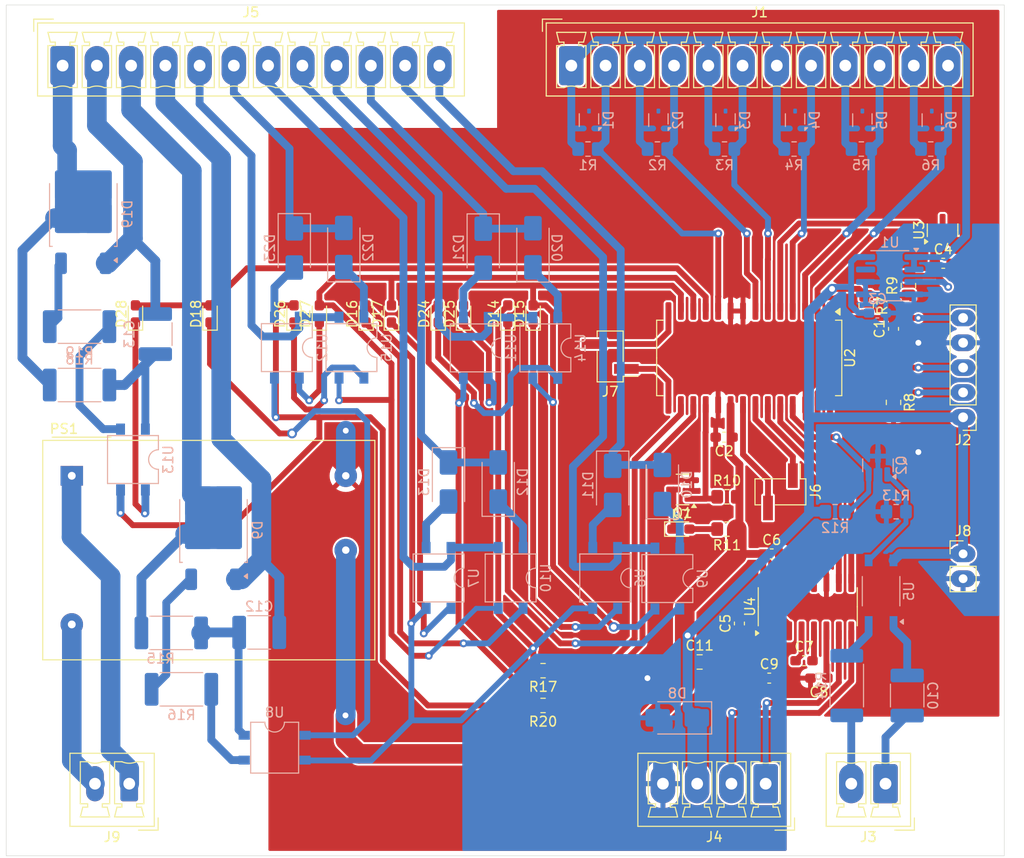
<source format=kicad_pcb>
(kicad_pcb (version 20240108) (generator "pcbnew") (generator_version "8.0")
  (layers (0 "F.Cu" signal) (31 "B.Cu" signal) (34 "B.Paste" user) (35 "F.Paste" user) (36 "B.SilkS" user "B.Silkscreen") (37 "F.SilkS" user "F.Silkscreen") (38 "B.Mask" user) (39 "F.Mask" user) (44 "Edge.Cuts" user))
  (net 0 "")
  (net 1 "GND")
  (net 2 "Net-(J5-Pin_5)")
  (net 3 "+5V")
  (net 4 "Net-(J4-Pin_1)")
  (net 5 "Vref")
  (net 6 "Net-(C12-Pad2)")
  (net 7 "Net-(C13-Pad2)")
  (net 9 "Net-(J1-Pin_1)")
  (net 10 "Net-(J1-Pin_10)")
  (net 11 "Net-(J1-Pin_2)")
  (net 13 "Net-(J1-Pin_4)")
  (net 16 "Net-(J1-Pin_6)")
  (net 17 "Net-(J1-Pin_8)")
  (net 20 "Net-(J1-Pin_12)")
  (net 21 "Net-(D7-K)")
  (net 22 "Net-(D11-A)")
  (net 23 "/outputs/OA")
  (net 24 "Net-(D13-A)")
  (net 25 "Net-(D10-K)")
  (net 26 "/outputs/OB")
  (net 27 "Net-(D12-K)")
  (net 28 "Net-(D14-K)")
  (net 29 "Net-(D15-K)")
  (net 30 "/outputs/OC")
  (net 31 "Net-(D16-K)")
  (net 32 "Net-(D17-K)")
  (net 33 "Net-(D20-A)")
  (net 34 "Net-(D21-A)")
  (net 35 "Net-(D22-A)")
  (net 36 "Net-(D23-A)")
  (net 37 "Net-(D24-A)")
  (net 38 "PGC")
  (net 39 "PGD")
  (net 40 "Net-(Q1-G)")
  (net 41 "Net-(J4-Pin_2)")
  (net 42 "/outputs/O1")
  (net 43 "/outputs/O2")
  (net 44 "/~{MCLR}")
  (net 45 "Net-(U4-C1-)")
  (net 46 "Net-(U4-C1+)")
  (net 47 "Net-(U4-C2-)")
  (net 48 "Net-(U4-C2+)")
  (net 49 "Net-(U4-VS-)")
  (net 50 "Net-(U4-VS+)")
  (net 51 "Net-(C10-Pad2)")
  (net 52 "Net-(J3-Pin_1)")
  (net 53 "Net-(D9-A2)")
  (net 54 "Net-(D19-A2)")
  (net 55 "Net-(D7-A)")
  (net 56 "Net-(D9-G)")
  (net 57 "Net-(D9-A1)")
  (net 58 "Net-(D10-A)")
  (net 59 "Net-(D12-A)")
  (net 60 "Net-(D14-A)")
  (net 61 "Net-(D18-K)")
  (net 62 "Net-(D19-G)")
  (net 63 "Net-(D19-A1)")
  (net 64 "Net-(D20-K)")
  (net 65 "Net-(D22-K)")
  (net 66 "Net-(D24-K)")
  (net 67 "Net-(D25-K)")
  (net 68 "Net-(D26-K)")
  (net 69 "Net-(D27-K)")
  (net 70 "Net-(D28-K)")
  (net 71 "Net-(J3-Pin_2)")
  (net 72 "Net-(J5-Pin_9)")
  (net 73 "Net-(J5-Pin_7)")
  (net 74 "Net-(J5-Pin_11)")
  (net 75 "Net-(Q2-G)")
  (net 76 "Net-(Q2-S)")
  (net 77 "Net-(R14-Pad1)")
  (net 78 "Net-(R16-Pad2)")
  (net 79 "Net-(R19-Pad2)")
  (net 80 "Net-(U2-RB3{slash}CxIN2-)")
  (net 81 "Net-(U2-RB2)")
  (net 83 "Net-(U4-R1IN)")
  (net 84 "Net-(J6-Pin_1)")
  (net 85 "Net-(J6-Pin_2)")
  (net 86 "Net-(J7-Pin_1)")
  (net 87 "Net-(J7-Pin_2)")
  (net 88 "Net-(J9-Pin_1)")
  (net 89 "Net-(J9-Pin_2)")
  (footprint "LED_SMD:LED_0603_1608Metric_Pad1.05x0.95mm_HandSolder" (layer "F.Cu") (at 108.204 82.392 90)
    (property "Reference" "D27")
    (property "Value" "LED")
  )
  (footprint "Connector_Phoenix_MC:PhoenixContact_MCV_1,5_4-G-3.5_1x04_P3.50mm_Vertical" (layer "F.Cu") (at 153.812 130.429 180)
    (property "Reference" "J4")
    (property "Value" "Serial")
  )
  (footprint "Connector_PinHeader_2.54mm:PinHeader_1x02_P2.54mm_Vertical_SMD_Pin1Left" (layer "F.Cu") (at 155.321 100.584 -90)
    (property "Reference" "J6")
    (property "Value" "gpio")
  )
  (footprint "LED_SMD:LED_0603_1608Metric_Pad1.05x0.95mm_HandSolder" (layer "F.Cu") (at 89.408 82.392 90)
    (property "Reference" "D28")
    (property "Value" "LED")
  )
  (footprint "Connector_Phoenix_MC:PhoenixContact_MCV_1,5_2-G-3.5_1x02_P3.50mm_Vertical" (layer "F.Cu") (at 88.773 130.429 180)
    (property "Reference" "J9")
    (property "Value" "ACin")
  )
  (footprint "LED_SMD:LED_0603_1608Metric_Pad1.05x0.95mm_HandSolder" (layer "F.Cu") (at 127.458 82.392 90)
    (property "Reference" "D14")
    (property "Value" "LED")
  )
  (footprint "Resistor_SMD:R_0805_2012Metric_Pad1.20x1.40mm_HandSolder" (layer "F.Cu") (at 164.084 81.55 -90)
    (property "Reference" "R7")
    (property "Value" "10K")
  )
  (footprint "Capacitor_SMD:C_0603_1608Metric_Pad1.08x0.95mm_HandSolder" (layer "F.Cu") (at 159.258 119.634 180)
    (property "Reference" "C8")
    (property "Value" "330nF")
  )
  (footprint "LED_SMD:LED_0603_1608Metric_Pad1.05x0.95mm_HandSolder" (layer "F.Cu") (at 145.147 104.394)
    (property "Reference" "D7")
    (property "Value" "LED")
  )
  (footprint "Resistor_SMD:R_0805_2012Metric_Pad1.20x1.40mm_HandSolder" (layer "F.Cu") (at 149.86 104.394 180)
    (property "Reference" "R11")
    (property "Value" "330")
  )
  (footprint "Resistor_SMD:R_0805_2012Metric_Pad1.20x1.40mm_HandSolder" (layer "F.Cu") (at 131.064 118.872 180)
    (property "Reference" "R17")
    (property "Value" "150")
  )
  (footprint "Capacitor_SMD:C_0805_2012Metric_Pad1.18x1.45mm_HandSolder" (layer "F.Cu") (at 147.066 117.983)
    (property "Reference" "C11")
    (property "Value" "10uF")
  )
  (footprint "Capacitor_SMD:C_0603_1608Metric_Pad1.08x0.95mm_HandSolder" (layer "F.Cu") (at 157.734 117.856)
    (property "Reference" "C7")
    (property "Value" "330nF")
  )
  (footprint "Capacitor_SMD:C_0603_1608Metric_Pad1.08x0.95mm_HandSolder" (layer "F.Cu") (at 154.178 119.634)
    (property "Reference" "C9")
    (property "Value" "330nF")
  )
  (footprint "LED_SMD:LED_0603_1608Metric_Pad1.05x0.95mm_HandSolder" (layer "F.Cu") (at 105.614 82.392 90)
    (property "Reference" "D26")
    (property "Value" "LED")
  )
  (footprint "Resistor_SMD:R_0805_2012Metric_Pad1.20x1.40mm_HandSolder" (layer "F.Cu") (at 168.402 79.502 90)
    (property "Reference" "R9")
    (property "Value" "1K")
  )
  (footprint "Connector_Phoenix_MC:PhoenixContact_MCV_1,5_12-G-3.5_1x12_P3.50mm_Vertical" (layer "F.Cu") (at 133.95 57)
    (property "Reference" "J1")
    (property "Value" "transfos")
  )
  (footprint "Connector_PinHeader_2.54mm:PinHeader_1x05_P2.54mm_Vertical" (layer "F.Cu") (at 173.99 92.964 180)
    (property "Reference" "J2")
    (property "Value" "Conn_01x05_Pin")
  )
  (footprint "LED_SMD:LED_0603_1608Metric_Pad1.05x0.95mm_HandSolder" (layer "F.Cu") (at 130.048 82.392 90)
    (property "Reference" "D15")
    (property "Value" "LED")
  )
  (footprint "Package_TO_SOT_SMD:SOT-23" (layer "F.Cu") (at 171.892 73.8355 90)
    (property "Reference" "U3")
    (property "Value" "LM4040DBZ-2.0")
  )
  (footprint "Connector_PinHeader_2.54mm:PinHeader_1x02_P2.54mm_Vertical_SMD_Pin1Left" (layer "F.Cu") (at 137.922 86.741 180)
    (property "Reference" "J7")
    (property "Value" "I2C")
  )
  (footprint "LED_SMD:LED_0603_1608Metric_Pad1.05x0.95mm_HandSolder" (layer "F.Cu") (at 120.346 82.392 90)
    (property "Reference" "D24")
    (property "Value" "LED")
  )
  (footprint "LED_SMD:LED_0603_1608Metric_Pad1.05x0.95mm_HandSolder" (layer "F.Cu") (at 112.98 82.392 90)
    (property "Reference" "D16")
    (property "Value" "LED")
  )
  (footprint "Package_TO_SOT_SMD:SOT-23" (layer "F.Cu") (at 145.3225 100.346 180)
    (property "Reference" "Q1")
    (property "Value" "BSS123")
  )
  (footprint "Connector_Phoenix_MC:PhoenixContact_MCV_1,5_12-G-3.5_1x12_P3.50mm_Vertical" (layer "F.Cu") (at 81.9645 57)
    (property "Reference" "J5")
    (property "Value" "pilotes")
  )
  (footprint "Connector_Phoenix_MC:PhoenixContact_MCV_1,5_2-G-3.5_1x02_P3.50mm_Vertical" (layer "F.Cu") (at 166.06 130.429 180)
    (property "Reference" "J3")
    (property "Value" "linky")
  )
  (footprint "LED_SMD:LED_0603_1608Metric_Pad1.05x0.95mm_HandSolder" (layer "F.Cu") (at 122.936 82.392 90)
    (property "Reference" "D25")
    (property "Value" "LED")
  )
  (footprint "Capacitor_SMD:C_0603_1608Metric_Pad1.08x0.95mm_HandSolder" (layer "F.Cu") (at 166.878 83.9205 90)
    (property "Reference" "C1")
    (property "Value" "100nF")
  )
  (footprint "Package_SO:SOIC-28W_7.5x18.7mm_P1.27mm" (layer "F.Cu") (at 152.132 86.894 -90)
    (property "Reference" "U2")
    (property "Value" "PIC18F25Q43")
  )
  (footprint "Connector_PinHeader_2.54mm:PinHeader_1x02_P2.54mm_Vertical" (layer "F.Cu") (at 173.99 106.929)
    (property "Reference" "J8")
    (property "Value" "power")
  )
  (footprint "Package_SO:SOIC-16_3.9x9.9mm_P1.27mm" (layer "F.Cu") (at 158.115 112.333 90)
    (property "Reference" "U4")
    (property "Value" "MAX3232")
  )
  (footprint "LED_SMD:LED_0603_1608Metric_Pad1.05x0.95mm_HandSolder" (layer "F.Cu") (at 97.028 82.392 90)
    (property "Reference" "D18")
    (property "Value" "LED")
  )
  (footprint "Capacitor_SMD:C_0603_1608Metric_Pad1.08x0.95mm_HandSolder" (layer "F.Cu") (at 151.13 114.046 90)
    (property "Reference" "C5")
    (property "Value" "47nF")
  )
  (footprint "Converter_ACDC:Converter_ACDC_MeanWell_IRM-02-xx_THT" (layer "F.Cu") (at 82.901 98.9435)
    (property "Reference" "PS1")
    (property "Value" "IRM-02-5")
  )
  (footprint "Resistor_SMD:R_0805_2012Metric_Pad1.20x1.40mm_HandSolder" (layer "F.Cu") (at 166.878 91.44 -90)
    (property "Reference" "R8")
    (property "Value" "10K")
  )
  (footprint "Resistor_SMD:R_0805_2012Metric_Pad1.20x1.40mm_HandSolder" (layer "F.Cu") (at 149.86 101.092)
    (property "Reference" "R10")
    (property "Value" "47K")
  )
  (footprint "Capacitor_SMD:C_0603_1608Metric_Pad1.08x0.95mm_HandSolder" (layer "F.Cu") (at 171.958 77.216)
    (property "Reference" "C4")
    (property "Value" "100nF")
  )
  (footprint "Resistor_SMD:R_0805_2012Metric_Pad1.20x1.40mm_HandSolder" (layer "F.Cu") (at 131.064 122.428 180)
    (property "Reference" "R20")
    (property "Value" "150")
  )
  (footprint "Capacitor_SMD:C_0603_1608Metric_Pad1.08x0.95mm_HandSolder" (layer "F.Cu") (at 149.5655 94.996 180)
    (property "Reference" "C2")
    (property "Value" "100nF")
  )
  (footprint "Capacitor_SMD:C_0603_1608Metric_Pad1.08x0.95mm_HandSolder" (layer "F.Cu") (at 154.432 106.934)
    (property "Reference" "C6")
    (property "Value" "100nF")
  )
  (footprint "LED_SMD:LED_0603_1608Metric_Pad1.05x0.95mm_HandSolder" (layer "F.Cu") (at 115.57 82.392 90)
    (property "Reference" "D17")
    (property "Value" "LED")
  )
  (footprint "bouyer-smd.mod:SOT-663" (layer "B.Cu") (at 149.7085 62.575 90)
    (property "Reference" "D3")
    (property "Value" "2.4V")
  )
  (footprint "bouyer-smd.mod:VOM160" (layer "B.Cu") (at 103.632 126.746 180)
    (property "Reference" "U8")
    (property "Value" "VOM160NT")
  )
  (footprint "Diode_SMD:D_SMA" (layer "B.Cu") (at 138.176 99.927 -90)
    (property "Reference" "D11")
    (property "Value" "S1M")
  )
  (footprint "Resistor_SMD:R_0805_2012Metric_Pad1.20x1.40mm_HandSolder" (layer "B.Cu") (at 142.748 65.532)
    (property "Reference" "R2")
    (property "Value" "100")
  )
  (footprint "Resistor_SMD:R_2512_6332Metric_Pad1.40x3.35mm_HandSolder" (layer "B.Cu") (at 83.693 83.693)
    (property "Reference" "R19")
    (property "Value" "1k1W")
  )
  (footprint "bouyer-smd.mod:SOT-663" (layer "B.Cu") (at 163.6945 62.575 90)
    (property "Reference" "D5")
    (property "Value" "2.4V")
  )
  (footprint "Diode_SMD:D_SMA" (layer "B.Cu") (at 110.7 75.6 90)
    (property "Reference" "D22")
    (property "Value" "S1M")
  )
  (footprint "Diode_SMD:D_SMA" (layer "B.Cu") (at 121.401 99.578 -90)
    (property "Reference" "D13")
    (property "Value" "S1M")
  )
  (footprint "bouyer-smd.mod:VOM160" (layer "B.Cu") (at 131.3 85.866 90)
    (property "Reference" "U14")
    (property "Value" "VOM160NT")
  )
  (footprint "bouyer-smd.mod:VOM160" (layer "B.Cu") (at 111.484 85.837 90)
    (property "Reference" "U15")
    (property "Value" "VOM160NT")
  )
  (footprint "Package_TO_SOT_SMD:TO-252-2" (layer "B.Cu") (at 84.08 72.176 90)
    (property "Reference" "D19")
    (property "Value" "Z0410MB")
  )
  (footprint "Resistor_SMD:R_2512_6332Metric_Pad1.40x3.35mm_HandSolder" (layer "B.Cu") (at 94.107 120.777)
    (property "Reference" "R16")
    (property "Value" "1k1W")
  )
  (footprint "bouyer-smd.mod:VOM160" (layer "B.Cu") (at 124.188 85.866 90)
    (property "Reference" "U11")
    (property "Value" "VOM160NT")
  )
  (footprint "bouyer-smd.mod:SOT-663" (layer "B.Cu") (at 170.7905 62.575 90)
    (property "Reference" "D6")
    (property "Value" "2.4V")
  )
  (footprint "Resistor_SMD:R_0805_2012Metric_Pad1.20x1.40mm_HandSolder" (layer "B.Cu") (at 167.148 102.616 180)
    (property "Reference" "R13")
    (property "Value" "10K")
  )
  (footprint "Diode_SMD:D_SMA" (layer "B.Cu") (at 143.256 99.832 90)
    (property "Reference" "D10")
    (property "Value" "S1M")
  )
  (footprint "Capacitor_SMD:C_1812_4532Metric" (layer "B.Cu") (at 102.0572 114.9604 180)
    (property "Reference" "C12")
    (property "Value" "100nF 400V")
  )
  (footprint "Resistor_SMD:R_2512_6332Metric_Pad1.40x3.35mm_HandSolder" (layer "B.Cu") (at 162.1028 120.394 -90)
    (property "Reference" "R14")
    (property "Value" "1k1W")
  )
  (footprint "Package_TO_SOT_SMD:TO-252-2" (layer "B.Cu") (at 97.3826 104.487 90)
    (property "Reference" "D9")
    (property "Value" "Z0410MB")
  )
  (footprint "bouyer-smd.mod:SOT-663" (layer "B.Cu") (at 142.8505 62.575 90)
    (property "Reference" "D2")
    (property "Value" "2.4V")
  )
  (footprint "Diode_SMD:D_SMA" (layer "B.Cu") (at 124.95 75.674 -90)
    (property "Reference" "D21")
    (property "Value" "S1M")
  )
  (footprint "Capacitor_SMD:C_0603_1608Metric_Pad1.08x0.95mm_HandSolder" (layer "B.Cu") (at 165.227 82.296 180)
    (property "Reference" "C3")
    (property "Value" "100nF")
  )
  (footprint "Diode_SMD:D_SMA" (layer "B.Cu") (at 144.78 123.698 180)
    (property "Reference" "D8")
    (property "Value" "SMAJ5.0A")
  )
  (footprint "bouyer-smd.mod:VOM160" (layer "B.Cu") (at 89.154 97.282 90)
    (property "Reference" "U13")
    (property "Value" "VOM160NT")
  )
  (footprint "Package_SO:MFSOP6-4_4.4x3.6mm_P1.27mm" (layer "B.Cu") (at 165.608 110.744 90)
    (property "Reference" "U5")
    (property "Value" "140814243000")
  )
  (footprint "Resistor_SMD:R_2512_6332Metric_Pad1.40x3.35mm_HandSolder" (layer "B.Cu") (at 83.693 89.662 180)
    (property "Reference" "R18")
    (property "Value" "56")
  )
  (footprint "Resistor_SMD:R_0805_2012Metric_Pad1.20x1.40mm_HandSolder" (layer "B.Cu") (at 163.592 65.532)
    (property "Reference" "R5")
    (property "Value" "100")
  )
  (footprint "Diode_SMD:D_SMA" (layer "B.Cu") (at 130.03 75.629 90)
    (property "Reference" "D20")
    (property "Value" "S1M")
  )
  (footprint "bouyer-smd.mod:VOM160" (layer "B.Cu") (at 143.764 109.452 90)
    (property "Reference" "U9")
    (property "Value" "VOM160NT")
  )
  (footprint "Capacitor_SMD:C_1812_4532Metric" (layer "B.Cu") (at 168.275 121.412 90)
    (property "Reference" "C10")
    (property "Value" "100nF 400V")
  )
  (footprint "Resistor_SMD:R_0805_2012Metric_Pad1.20x1.40mm_HandSolder" (layer "B.Cu") (at 160.909 102.616)
    (property "Reference" "R12")
    (property "Value" "10K")
  )
  (footprint "bouyer-smd.mod:VOM160" (layer "B.Cu") (at 120.385 109.39 90)
    (property "Reference" "U7")
    (property "Value" "VOM160NT")
  )
  (footprint "bouyer-smd.mod:SOT-663" (layer "B.Cu") (at 156.8205 62.575 90)
    (property "Reference" "D4")
    (property "Value" "2.4V")
  )
  (footprint "Resistor_SMD:R_0805_2012Metric_Pad1.20x1.40mm_HandSolder" (layer "B.Cu") (at 156.718 65.532)
    (property "Reference" "R4")
    (property "Value" "100")
  )
  (footprint "bouyer-smd.mod:SOT-663" (layer "B.Cu") (at 135.7545 62.575 90)
    (property "Reference" "D1")
    (property "Value" "2.4V")
  )
  (footprint "Resistor_SMD:R_2512_6332Metric_Pad1.40x3.35mm_HandSolder" (layer "B.Cu") (at 93.0656 115.0112)
    (property "Reference" "R15")
    (property "Value" "56")
  )
  (footprint "Diode_SMD:D_SMA" (layer "B.Cu") (at 105.642 75.645 -90)
    (property "Reference" "D23")
    (property "Value" "S1M")
  )
  (footprint "Resistor_SMD:R_0805_2012Metric_Pad1.20x1.40mm_HandSolder" (layer "B.Cu") (at 135.652 65.532)
    (property "Reference" "R1")
    (property "Value" "100")
  )
  (footprint "Package_SO:SOIC-8_3.9x4.9mm_P1.27mm" (layer "B.Cu") (at 166.497 78.486 180)
    (property "Reference" "U1")
    (property "Value" "MCP6007-xSN")
  )
  (footprint "Resistor_SMD:R_0805_2012Metric_Pad1.20x1.40mm_HandSolder" (layer "B.Cu") (at 170.688 65.532)
    (property "Reference" "R6")
    (property "Value" "100")
  )
  (footprint "Diode_SMD:D_SMA" (layer "B.Cu") (at 126.481 99.578 90)
    (property "Reference" "D12")
    (property "Value" "S1M")
  )
  (footprint "Package_TO_SOT_SMD:SOT-23" (layer "B.Cu") (at 165.288 97.8685 90)
    (property "Reference" "Q2")
    (property "Value" "BSS123")
  )
  (footprint "Capacitor_SMD:C_1812_4532Metric" (layer "B.Cu") (at 91.44 84.455 -90)
    (property "Reference" "C13")
    (property "Value" "100nF 400V")
  )
  (footprint "bouyer-smd.mod:VOM160" (layer "B.Cu") (at 127.751 109.39 90)
    (property "Reference" "U10")
    (property "Value" "VOM160NT")
  )
  (footprint "bouyer-smd.mod:VOM160" (layer "B.Cu") (at 137.414 109.39 90)
    (property "Reference" "U6")
    (property "Value" "VOM160NT")
  )
  (footprint "bouyer-smd.mod:VOM160" (layer "B.Cu") (at 104.88 85.837 90)
    (property "Reference" "U12")
    (property "Value" "VOM160NT")
  )
  (footprint "Resistor_SMD:R_0805_2012Metric_Pad1.20x1.40mm_HandSolder" (layer "B.Cu") (at 149.606 65.532)
    (property "Reference" "R3")
    (property "Value" "100")
  )
  (gr_rect (start 76.2 50.8) (end 178.2 137.8) (stroke (width 0.05)) (fill none) (layer "Edge.Cuts"))
  (via (at 141.732 119.634) (size 1) (drill 0.6) (layers "F.Cu" "B.Cu") (net 1))
  (via (at 169.418 96.52) (size 1) (drill 0.6) (layers "F.Cu" "B.Cu") (net 1))
  (via (at 110.901 94.331) (size 1) (drill 0.6) (layers "F.Cu" "B.Cu") (net 1))
  (via (at 169.418 85.344) (size 1) (drill 0.6) (layers "F.Cu" "B.Cu") (net 1))
  (segment (start 110.901 94.331) (end 110.901 98.9435) (width 2) (layer "B.Cu") (net 1))
  (segment (start 143.312 124.23) (end 142.78 123.698) (width 2) (layer "B.Cu") (net 1))
  (segment (start 143.312 130.429) (end 143.312 124.23) (width 2) (layer "B.Cu") (net 1))
  (segment (start 110.214 82.727) (end 106.15 82.727) (width 0.8) (layer "B.Cu") (net 2))
  (segment (start 106.15 82.727) (end 106.15 83.867) (width 0.8) (layer "B.Cu") (net 2))
  (segment (start 106.15 83.867) (end 105.32 84.697) (width 0.8) (layer "B.Cu") (net 2))
  (segment (start 95.9645 60.90984) (end 101.265 66.21034) (width 0.8) (layer "B.Cu") (net 2))
  (segment (start 101.265 83.554) (end 101.265 66.21034) (width 0.8) (layer "B.Cu") (net 2))
  (segment (start 102.408 84.697) (end 101.265 83.554) (width 0.8) (layer "B.Cu") (net 2))
  (segment (start 95.9645 57) (end 95.9645 60.90984) (width 0.8) (layer "B.Cu") (net 2))
  (segment (start 105.32 84.697) (end 102.408 84.697) (width 0.8) (layer "B.Cu") (net 2))
  (segment (start 138.557 127.381) (end 112.268 127.381) (width 2) (layer "F.Cu") (net 3))
  (segment (start 160.600107 79.828107) (end 163.362107 79.828107) (width 0.6) (layer "F.Cu") (net 3))
  (segment (start 163.362107 79.828107) (end 164.084 80.55) (width 0.6) (layer "F.Cu") (net 3))
  (segment (start 151.13 106.807) (end 150.86 107.077) (width 0.8) (layer "F.Cu") (net 3))
  (segment (start 151.003 106.934) (end 153.5695 106.934) (width 0.8) (layer "F.Cu") (net 3))
  (segment (start 112.268 127.381) (end 110.871 125.984) (width 2) (layer "F.Cu") (net 3))
  (segment (start 153.5695 106.934) (end 153.5695 109.7575) (width 0.6) (layer "F.Cu") (net 3))
  (segment (start 110.871 125.984) (end 110.871 123.444) (width 2) (layer "F.Cu") (net 3))
  (segment (start 150.86 107.077) (end 145.542 112.395) (width 2) (layer "F.Cu") (net 3))
  (segment (start 168.402 80.502) (end 164.132 80.502) (width 0.6) (layer "F.Cu") (net 3))
  (segment (start 145.542 120.396) (end 138.557 127.381) (width 2) (layer "F.Cu") (net 3))
  (segment (start 145.542 112.395) (end 145.542 120.396) (width 2) (layer "F.Cu") (net 3))
  (segment (start 150.227 96.887) (end 151.13 97.79) (width 0.8) (layer "F.Cu") (net 3))
  (segment (start 150.86 107.077) (end 151.003 106.934) (width 0.8) (layer "F.Cu") (net 3))
  (segment (start 151.13 97.79) (end 151.13 106.807) (width 0.8) (layer "F.Cu") (net 3))
  (segment (start 153.5695 109.7575) (end 153.67 109.858) (width 0.6) (layer "F.Cu") (net 3))
  (segment (start 150.86 104.394) (end 150.86 107.077) (width 2) (layer "F.Cu") (net 3))
  (segment (start 150.227 91.694) (end 150.227 96.887) (width 0.8) (layer "F.Cu") (net 3))
  (via (at 145.839 115.273) (size 1) (drill 0.6) (layers "F.Cu" "B.Cu") (net 3))
  (via (at 160.600107 79.828107) (size 1) (drill 0.6) (layers "F.Cu" "B.Cu") (net 3))
  (via (at 110.871 123.444) (size 1) (drill 0.6) (layers "F.Cu" "B.Cu") (net 3))
  (segment (start 158.242 82.186214) (end 160.600107 79.828107) (width 1) (layer "B.Cu") (net 3))
  (segment (start 145.839 122.757) (end 145.839 115.273) (width 1) (layer "B.Cu") (net 3))
  (segment (start 162.547 77.081001) (end 162.547 81.521) (width 0.6) (layer "B.Cu") (net 3))
  (segment (start 146.812 123.73) (end 146.78 123.698) (width 2) (layer "B.Cu") (net 3))
  (segment (start 158.496 102.616) (end 159.909 102.616) (width 1) (layer "B.Cu") (net 3))
  (segment (start 158.242 102.87) (end 158.496 102.616) (width 1) (layer "B.Cu") (net 3))
  (segment (start 162.547 79.629) (end 160.799214 79.629) (width 0.6) (layer "B.Cu") (net 3))
  (segment (start 145.839 115.273) (end 158.242 102.87) (width 1) (layer "B.Cu") (net 3))
  (segment (start 167.543 106.929) (end 166.878 107.594) (width 1) (layer "B.Cu") (net 3))
  (segment (start 163.047001 76.581) (end 162.547 77.081001) (width 0.6) (layer "B.Cu") (net 3))
  (segment (start 162.547 81.521) (end 163.322 82.296) (width 0.6) (layer "B.Cu") (net 3))
  (segment (start 160.799214 79.629) (end 160.600107 79.828107) (width 0.6) (layer "B.Cu") (net 3))
  (segment (start 164.022 76.581) (end 163.047001 76.581) (width 0.6) (layer "B.Cu") (net 3))
  (segment (start 110.901 123.414) (end 110.871 123.444) (width 2) (layer "B.Cu") (net 3))
  (segment (start 173.99 106.929) (end 167.543 106.929) (width 1) (layer "B.Cu") (net 3))
  (segment (start 158.496 92.964) (end 173.99 92.964) (width 1) (layer "B.Cu") (net 3))
  (segment (start 145.839 122.757) (end 146.78 123.698) (width 1) (layer "B.Cu") (net 3))
  (segment (start 146.812 130.429) (end 146.812 123.73) (width 2) (layer "B.Cu") (net 3))
  (segment (start 173.99 106.929) (end 173.99 92.964) (width 1) (layer "B.Cu") (net 3))
  (segment (start 110.901 106.5435) (end 110.901 123.414) (width 2) (layer "B.Cu") (net 3))
  (segment (start 158.242 102.87) (end 158.242 82.186214) (width 1) (layer "B.Cu") (net 3))
  (segment (start 163.322 82.296) (end 164.3645 82.296) (width 0.6) (layer "B.Cu") (net 3))
  (segment (start 161.29 120.051564) (end 161.29 114.808) (width 0.6) (layer "F.Cu") (net 4))
  (segment (start 153.924 122.174) (end 159.167564 122.174) (width 0.6) (layer "F.Cu") (net 4))
  (segment (start 159.167564 122.174) (end 161.29 120.051564) (width 0.6) (layer "F.Cu") (net 4))
  (via (at 153.924 122.174) (size 0.8) (drill 0.4) (layers "F.Cu" "B.Cu") (net 4))
  (segment (start 153.812 122.286) (end 153.812 130.429) (width 0.6) (layer "B.Cu") (net 4))
  (segment (start 153.924 122.174) (end 153.812 122.286) (width 0.6) (layer "B.Cu") (net 4))
  (segment (start 157.223207 73.152) (end 155.307 75.068207) (width 0.6) (layer "F.Cu") (net 5))
  (segment (start 169.321 73.152) (end 157.223207 73.152) (width 0.6) (layer "F.Cu") (net 5))
  (segment (start 171.0955 78.3485) (end 171.0955 77.216) (width 0.6) (layer "F.Cu") (net 5))
  (segment (start 172.466 79.629) (end 171.339 78.502) (width 0.6) (layer "F.Cu") (net 5))
  (segment (start 171.339 78.502) (end 170.942 78.502) (width 0.6) (layer "F.Cu") (net 5))
  (segment (start 170.942 78.502) (end 171.0955 78.3485) (width 0.6) (layer "F.Cu") (net 5))
  (segment (start 168.402 78.502) (end 170.942 78.502) (width 0.6) (layer "F.Cu") (net 5))
  (segment (start 170.942 74.773) (end 169.321 73.152) (width 0.6) (layer "F.Cu") (net 5))
  (segment (start 170.942 74.773) (end 170.942 77.0625) (width 0.6) (layer "F.Cu") (net 5))
  (segment (start 155.307 75.068207) (end 155.307 82.094) (width 0.6) (layer "F.Cu") (net 5))
  (via (at 172.466 79.629) (size 0.8) (drill 0.4) (layers "F.Cu" "B.Cu") (net 5))
  (segment (start 171.958 79.121) (end 172.466 79.629) (width 0.6) (layer "B.Cu") (net 5))
  (segment (start 168.972 79.121) (end 171.958 79.121) (width 0.6) (layer "B.Cu") (net 5))
  (segment (start 100.522 125.476) (end 99.949 124.903) (width 0.8) (layer "B.Cu") (net 6))
  (segment (start 99.949 124.903) (end 99.949 115.0186) (width 0.8) (layer "B.Cu") (net 6))
  (segment (start 96.1664 114.9604) (end 96.1156 115.0112) (width 2) (layer "B.Cu") (net 6))
  (segment (start 100.0072 114.9604) (end 96.1664 114.9604) (width 1) (layer "B.Cu") (net 6))
  (segment (start 90.424 87.521) (end 90.424 94.172) (width 0.8) (layer "B.Cu") (net 7))
  (segment (start 91.44 86.505) (end 88.283 89.662) (width 1) (layer "B.Cu") (net 7))
  (segment (start 88.283 89.662) (end 86.743 89.662) (width 1) (layer "B.Cu") (net 7))
  (segment (start 91.44 86.505) (end 90.424 87.521) (width 0.8) (layer "B.Cu") (net 7))
  (segment (start 168.95 63.5) (end 168.95 64.794) (width 0.8) (layer "B.Cu") (net 9))
  (segment (start 147.95 63.5) (end 147.95 64.876) (width 0.8) (layer "B.Cu") (net 9))
  (segment (start 140.95 57) (end 140.95 63.5) (width 0.8) (layer "B.Cu") (net 9))
  (segment (start 140.95 57) (end 140.95 54.42) (width 0.8) (layer "B.Cu") (net 9))
  (segment (start 170.253 63.425) (end 169.025 63.425) (width 0.6) (layer "B.Cu") (net 9))
  (segment (start 161.95 57) (end 161.95 63.5) (width 0.8) (layer "B.Cu") (net 9))
  (segment (start 147.95 57) (end 147.95 63.5) (width 0.8) (layer "B.Cu") (net 9))
  (segment (start 140.95 63.5) (end 140.95 64.734) (width 0.8) (layer "B.Cu") (net 9))
  (segment (start 174.3 55.483705) (end 173.216295 54.4) (width 0.8) (layer "B.Cu") (net 9))
  (segment (start 133.95 64.83) (end 134.652 65.532) (width 0.8) (layer "B.Cu") (net 9))
  (segment (start 135.217 63.425) (end 134.129 63.425) (width 0.6) (layer "B.Cu") (net 9))
  (segment (start 149.171 63.425) (end 148.025 63.425) (width 0.6) (layer "B.Cu") (net 9))
  (segment (start 148.025 63.425) (end 147.95 63.5) (width 0.6) (layer "B.Cu") (net 9))
  (segment (start 161.95 57) (end 161.95 54.502) (width 0.8) (layer "B.Cu") (net 9))
  (segment (start 174.3 74.422) (end 174.3 55.483705) (width 0.8) (layer "B.Cu") (net 9))
  (segment (start 168.95 64.794) (end 169.688 65.532) (width 0.8) (layer "B.Cu") (net 9))
  (segment (start 147.95 64.876) (end 148.606 65.532) (width 0.8) (layer "B.Cu") (net 9))
  (segment (start 172.141 76.581) (end 174.3 74.422) (width 0.8) (layer "B.Cu") (net 9))
  (segment (start 156.283 63.425) (end 155.025 63.425) (width 0.6) (layer "B.Cu") (net 9))
  (segment (start 140.95 64.734) (end 141.748 65.532) (width 0.8) (layer "B.Cu") (net 9))
  (segment (start 141.025 63.425) (end 140.95 63.5) (width 0.6) (layer "B.Cu") (net 9))
  (segment (start 154.95 64.764) (end 155.718 65.532) (width 0.8) (layer "B.Cu") (net 9))
  (segment (start 134.129 63.425) (end 133.95 63.246) (width 0.6) (layer "B.Cu") (net 9))
  (segment (start 154.95 63.5) (end 154.95 64.764) (width 0.8) (layer "B.Cu") (net 9))
  (segment (start 161.95 64.89) (end 162.592 65.532) (width 0.8) (layer "B.Cu") (net 9))
  (segment (start 163.157 63.425) (end 162.025 63.425) (width 0.6) (layer "B.Cu") (net 9))
  (segment (start 155.025 63.425) (end 154.95 63.5) (width 0.6) (layer "B.Cu") (net 9))
  (segment (start 147.95 57) (end 147.95 54.522) (width 0.8) (layer "B.Cu") (net 9))
  (segment (start 162.025 63.425) (end 161.95 63.5) (width 0.6) (layer "B.Cu") (net 9))
  (segment (start 169.025 63.425) (end 168.95 63.5) (width 0.6) (layer "B.Cu") (net 9))
  (segment (start 173.216295 54.4) (end 136.55 54.4) (width 0.8) (layer "B.Cu") (net 9))
  (segment (start 168.972 76.581) (end 168.972 77.851) (width 0.6) (layer "B.Cu") (net 9))
  (segment (start 154.95 57) (end 154.95 63.5) (width 0.8) (layer "B.Cu") (net 9))
  (segment (start 136.55 54.4) (end 133.95 57) (width 0.8) (layer "B.Cu") (net 9))
  (segment (start 133.95 57) (end 133.95 63.246) (width 0.8) (layer "B.Cu") (net 9))
  (segment (start 172.141 76.581) (end 168.972 76.581) (width 0.6) (layer "B.Cu") (net 9))
  (segment (start 154.95 57) (end 154.95 54.41) (width 0.8) (layer "B.Cu") (net 9))
  (segment (start 168.95 57) (end 168.95 63.5) (width 0.8) (layer "B.Cu") (net 9))
  (segment (start 161.95 63.5) (end 161.95 64.89) (width 0.8) (layer "B.Cu") (net 9))
  (segment (start 168.95 57) (end 168.95 54.44) (width 0.8) (layer "B.Cu") (net 9))
  (segment (start 142.313 63.425) (end 141.025 63.425) (width 0.6) (layer "B.Cu") (net 9))
  (segment (start 133.95 63.246) (end 133.95 64.83) (width 0.8) (layer "B.Cu") (net 9))
  (segment (start 157.847 78.373) (end 162.052 74.168) (width 0.6) (layer "F.Cu") (net 10))
  (segment (start 157.847 82.094) (end 157.847 78.373) (width 0.6) (layer "F.Cu") (net 10))
  (via (at 162.052 74.168) (size 0.8) (drill 0.4) (layers "F.Cu" "B.Cu") (net 10))
  (segment (start 165.45 57) (end 165.45 63.246) (width 0.8) (layer "B.Cu") (net 10))
  (segment (start 164.592 71.628) (end 162.052 74.168) (width 0.8) (layer "B.Cu") (net 10))
  (segment (start 165.271 63.425) (end 165.45 63.246) (width 0.6) (layer "B.Cu") (net 10))
  (segment (start 164.592 65.532) (end 164.592 71.628) (width 0.8) (layer "B.Cu") (net 10))
  (segment (start 165.45 64.674) (end 164.592 65.532) (width 0.8) (layer "B.Cu") (net 10))
  (segment (start 165.45 63.246) (end 165.45 64.674) (width 0.8) (layer "B.Cu") (net 10))
  (segment (start 164.232 63.425) (end 165.271 63.425) (width 0.6) (layer "B.Cu") (net 10))
  (segment (start 148.971 74.168) (end 148.971 80.617) (width 0.6) (layer "F.Cu") (net 11))
  (segment (start 148.957 80.631) (end 148.957 82.094) (width 0.6) (layer "F.Cu") (net 11))
  (segment (start 148.971 80.617) (end 148.957 80.631) (width 0.6) (layer "F.Cu") (net 11))
  (via (at 148.971 74.168) (size 0.8) (drill 0.4) (layers "F.Cu" "B.Cu") (net 11))
  (segment (start 137.271 63.425) (end 137.45 63.246) (width 0.6) (layer "B.Cu") (net 11))
  (segment (start 145.288 74.168) (end 136.652 65.532) (width 0.6) (layer "B.Cu") (net 11))
  (segment (start 148.971 74.168) (end 145.288 74.168) (width 0.6) (layer "B.Cu") (net 11))
  (segment (start 137.45 63.246) (end 137.45 64.734) (width 0.8) (layer "B.Cu") (net 11))
  (segment (start 137.45 64.734) (end 136.652 65.532) (width 0.8) (layer "B.Cu") (net 11))
  (segment (start 137.45 57) (end 137.45 63.246) (width 0.8) (layer "B.Cu") (net 11))
  (segment (start 136.292 63.425) (end 137.271 63.425) (width 0.6) (layer "B.Cu") (net 11))
  (segment (start 152.767 79.107) (end 152.767 82.094) (width 0.6) (layer "F.Cu") (net 13))
  (segment (start 151.892 74.168) (end 151.892 78.232) (width 0.6) (layer "F.Cu") (net 13))
  (segment (start 151.892 78.232) (end 152.767 79.107) (width 0.6) (layer "F.Cu") (net 13))
  (via (at 151.892 74.168) (size 0.8) (drill 0.4) (layers "F.Cu" "B.Cu") (net 13))
  (segment (start 144.271 63.425) (end 144.45 63.246) (width 0.6) (layer "B.Cu") (net 13))
  (segment (start 144.45 57) (end 144.45 63.246) (width 0.8) (layer "B.Cu") (net 13))
  (segment (start 151.892 74.168) (end 143.748 66.024) (width 0.6) (layer "B.Cu") (net 13))
  (segment (start 143.388 63.425) (end 144.271 63.425) (width 0.6) (layer "B.Cu") (net 13))
  (segment (start 144.45 64.83) (end 143.748 65.532) (width 0.8) (layer "B.Cu") (net 13))
  (segment (start 143.748 66.024) (end 143.748 65.532) (width 0.6) (layer "B.Cu") (net 13))
  (segment (start 144.45 63.246) (end 144.45 64.83) (width 0.8) (layer "B.Cu") (net 13))
  (segment (start 154.037 76.821) (end 154.037 82.094) (width 0.6) (layer "F.Cu") (net 16))
  (segment (start 154.051 74.168) (end 154.051 76.807) (width 0.6) (layer "F.Cu") (net 16))
  (segment (start 154.051 76.807) (end 154.037 76.821) (width 0.6) (layer "F.Cu") (net 16))
  (via (at 154.051 74.168) (size 0.8) (drill 0.4) (layers "F.Cu" "B.Cu") (net 16))
  (segment (start 150.606 69.199) (end 150.606 65.532) (width 0.6) (layer "B.Cu") (net 16))
  (segment (start 151.45 57) (end 151.45 63.246) (width 0.8) (layer "B.Cu") (net 16))
  (segment (start 151.271 63.425) (end 151.45 63.246) (width 0.6) (layer "B.Cu") (net 16))
  (segment (start 154.051 72.644) (end 150.606 69.199) (width 0.6) (layer "B.Cu") (net 16))
  (segment (start 154.051 74.168) (end 154.051 72.644) (width 0.6) (layer "B.Cu") (net 16))
  (segment (start 151.45 64.688) (end 150.606 65.532) (width 0.8) (layer "B.Cu") (net 16))
  (segment (start 151.45 63.246) (end 151.45 64.688) (width 0.8) (layer "B.Cu") (net 16))
  (segment (start 150.246 63.425) (end 151.271 63.425) (width 0.6) (layer "B.Cu") (net 16))
  (segment (start 156.577 82.094) (end 156.577 75.071) (width 0.6) (layer "F.Cu") (net 17))
  (segment (start 156.577 75.071) (end 157.48 74.168) (width 0.6) (layer "F.Cu") (net 17))
  (via (at 157.48 74.168) (size 0.8) (drill 0.4) (layers "F.Cu" "B.Cu") (net 17))
  (segment (start 158.45 64.8) (end 157.718 65.532) (width 0.8) (layer "B.Cu") (net 17))
  (segment (start 158.45 63.246) (end 158.45 64.8) (width 0.8) (layer "B.Cu") (net 17))
  (segment (start 157.718 73.93) (end 157.718 65.532) (width 0.6) (layer "B.Cu") (net 17))
  (segment (start 157.358 63.425) (end 158.271 63.425) (width 0.6) (layer "B.Cu") (net 17))
  (segment (start 157.48 74.168) (end 157.718 73.93) (width 0.6) (layer "B.Cu") (net 17))
  (segment (start 158.45 57) (end 158.45 63.246) (width 0.8) (layer "B.Cu") (net 17))
  (segment (start 158.271 63.425) (end 158.45 63.246) (width 0.6) (layer "B.Cu") (net 17))
  (segment (start 164.846 74.168) (end 159.117 79.897) (width 0.6) (layer "F.Cu") (net 20))
  (segment (start 159.117 79.897) (end 159.117 82.094) (width 0.6) (layer "F.Cu") (net 20))
  (via (at 164.846 74.168) (size 0.8) (drill 0.4) (layers "F.Cu" "B.Cu") (net 20))
  (segment (start 172.45 64.77) (end 171.688 65.532) (width 0.8) (layer "B.Cu") (net 20))
  (segment (start 171.328 63.425) (end 172.271 63.425) (width 0.6) (layer "B.Cu") (net 20))
  (segment (start 172.271 63.425) (end 172.45 63.246) (width 0.6) (layer "B.Cu") (net 20))
  (segment (start 172.45 57) (end 172.45 63.246) (width 0.8) (layer "B.Cu") (net 20))
  (segment (start 164.846 74.168) (end 171.688 67.326) (width 0.8) (layer "B.Cu") (net 20))
  (segment (start 171.688 67.326) (end 171.688 65.532) (width 0.8) (layer "B.Cu") (net 20))
  (segment (start 172.45 63.246) (end 172.45 64.77) (width 0.8) (layer "B.Cu") (net 20))
  (segment (start 144.385 100.346) (end 144.385 104.281) (width 0.6) (layer "F.Cu") (net 21))
  (segment (start 138.176 101.927) (end 136.144 103.959) (width 0.8) (layer "B.Cu") (net 22))
  (segment (start 136.144 103.959) (end 136.144 106.28) (width 0.8) (layer "B.Cu") (net 22))
  (segment (start 132.08 82.296) (end 131.301 81.517) (width 0.6) (layer "F.Cu") (net 23))
  (segment (start 130.048 81.517) (end 130.048 79.502) (width 0.6) (layer "F.Cu") (net 23))
  (segment (start 123.444 79.502) (end 130.048 79.502) (width 0.6) (layer "F.Cu") (net 23))
  (segment (start 145.147 80.377) (end 144.272 79.502) (width 0.6) (layer "F.Cu") (net 23))
  (segment (start 138.276 114.4) (end 132.08 108.204) (width 0.6) (layer "F.Cu") (net 23))
  (segment (start 144.272 79.502) (end 130.048 79.502) (width 0.6) (layer "F.Cu") (net 23))
  (segment (start 131.301 81.517) (end 130.048 81.517) (width 0.6) (layer "F.Cu") (net 23))
  (segment (start 122.936 80.01) (end 123.444 79.502) (width 0.6) (layer "F.Cu") (net 23))
  (segment (start 132.08 108.204) (end 132.08 82.296) (width 0.6) (layer "F.Cu") (net 23))
  (segment (start 145.147 82.094) (end 145.147 80.377) (width 0.6) (layer "F.Cu") (net 23))
  (segment (start 122.936 81.517) (end 122.936 80.01) (width 0.6) (layer "F.Cu") (net 23))
  (via (at 132.08 91.418) (size 0.8) (drill 0.4) (layers "F.Cu" "B.Cu") (net 23))
  (via (at 138.276 114.4) (size 1) (drill 0.6) (layers "F.Cu" "B.Cu") (net 23))
  (segment (start 130.03 89.368) (end 132.08 91.418) (width 0.5) (layer "B.Cu") (net 23))
  (segment (start 138.276 114.4) (end 140.656 114.4) (width 0.6) (layer "B.Cu") (net 23))
  (segment (start 140.656 114.4) (end 142.494 112.562) (width 0.6) (layer "B.Cu") (net 23))
  (segment (start 130.03 88.976) (end 130.03 89.368) (width 0.5) (layer "B.Cu") (net 23))
  (segment (start 119.115 103.864) (end 119.115 106.28) (width 0.8) (layer "B.Cu") (net 24))
  (segment (start 121.401 101.578) (end 119.115 103.864) (width 0.8) (layer "B.Cu") (net 24))
  (segment (start 143.256 101.832) (end 145.034 103.61) (width 0.8) (layer "B.Cu") (net 25))
  (segment (start 145.034 103.61) (end 145.034 106.342) (width 0.8) (layer "B.Cu") (net 25))
  (segment (start 109.5925 81.517) (end 115.57 87.4945) (width 0.6) (layer "F.Cu") (net 26))
  (segment (start 115.57 87.4945) (end 115.57 115.17737) (width 0.6) (layer "F.Cu") (net 26))
  (segment (start 115.57 91.186) (end 110.261 91.186) (width 0.6) (layer "F.Cu") (net 26))
  (segment (start 115.57 78.702) (end 109.7025 78.702) (width 0.6) (layer "F.Cu") (net 26))
  (segment (start 115.57 115.17737) (end 117.74063 117.348) (width 0.6) (layer "F.Cu") (net 26))
  (segment (start 146.417 82.094) (end 146.417 80.515629) (width 0.6) (layer "F.Cu") (net 26))
  (segment (start 115.57 81.517) (end 115.57 78.702) (width 0.6) (layer "F.Cu") (net 26))
  (segment (start 144.603371 78.702) (end 115.57 78.702) (width 0.6) (layer "F.Cu") (net 26))
  (segment (start 146.417 80.515629) (end 144.603371 78.702) (width 0.6) (layer "F.Cu") (net 26))
  (segment (start 108.204 81.517) (end 109.5925 81.517) (width 0.6) (layer "F.Cu") (net 26))
  (segment (start 117.74063 117.348) (end 119.38 117.348) (width 0.6) (layer "F.Cu") (net 26))
  (segment (start 109.7025 78.702) (end 108.204 80.2005) (width 0.6) (layer "F.Cu") (net 26))
  (segment (start 108.204 80.2005) (end 108.204 81.517) (width 0.6) (layer "F.Cu") (net 26))
  (segment (start 110.261 91.186) (end 110.214 91.233) (width 0.6) (layer "F.Cu") (net 26))
  (via (at 119.38 117.348) (size 0.8) (drill 0.4) (layers "F.Cu" "B.Cu") (net 26))
  (via (at 110.214 91.233) (size 0.8) (drill 0.4) (layers "F.Cu" "B.Cu") (net 26))
  (segment (start 124.228 112.5) (end 119.38 117.348) (width 0.5) (layer "B.Cu") (net 26))
  (segment (start 126.481 112.5) (end 124.228 112.5) (width 0.5) (layer "B.Cu") (net 26))
  (segment (start 110.214 88.947) (end 110.214 91.233) (width 0.5) (layer "B.Cu") (net 26))
  (segment (start 126.481 101.578) (end 129.021 104.118) (width 0.8) (layer "B.Cu") (net 27))
  (segment (start 129.021 104.118) (end 129.021 106.28) (width 0.8) (layer "B.Cu") (net 27))
  (segment (start 132.842 116.078) (end 127.458 110.694) (width 0.6) (layer "F.Cu") (net 28))
  (segment (start 134.366 116.078) (end 132.842 116.078) (width 0.6) (layer "F.Cu") (net 28))
  (segment (start 127.458 110.694) (end 127.458 83.267) (width 0.6) (layer "F.Cu") (net 28))
  (via (at 134.366 116.078) (size 0.8) (drill 0.4) (layers "F.Cu" "B.Cu") (net 28))
  (segment (start 134.366 116.078) (end 141.224 116.078) (width 0.6) (layer "B.Cu") (net 28))
  (segment (start 141.224 116.078) (end 145.034 112.268) (width 0.6) (layer "B.Cu") (net 28))
  (segment (start 132.942 114.4) (end 134.366 114.4) (width 0.6) (layer "F.Cu") (net 29))
  (segment (start 130.048 83.267) (end 130.048 111.506) (width 0.6) (layer "F.Cu") (net 29))
  (segment (start 130.048 111.506) (end 132.942 114.4) (width 0.6) (layer "F.Cu") (net 29))
  (via (at 134.366 114.4) (size 0.8) (drill 0.4) (layers "F.Cu" "B.Cu") (net 29))
  (segment (start 136.784 114.4) (end 134.366 114.4) (width 0.6) (layer "B.Cu") (net 29))
  (segment (start 138.684 112.5) (end 136.784 114.4) (width 0.6) (layer "B.Cu") (net 29))
  (segment (start 147.687 80.654259) (end 144.756741 77.724) (width 0.6) (layer "F.Cu") (net 30))
  (segment (start 97.028 81.517) (end 89.408 81.517) (width 0.6) (layer "F.Cu") (net 30))
  (segment (start 100.821 77.724) (end 97.028 81.517) (width 0.6) (layer "F.Cu") (net 30))
  (segment (start 147.687 82.094) (end 147.687 80.654259) (width 0.6) (layer "F.Cu") (net 30))
  (segment (start 144.756741 77.724) (end 100.821 77.724) (width 0.6) (layer "F.Cu") (net 30))
  (segment (start 117.602 116.078) (end 122.936 116.078) (width 0.6) (layer "F.Cu") (net 31))
  (segment (start 116.459 114.935) (end 117.602 116.078) (width 0.6) (layer "F.Cu") (net 31))
  (segment (start 112.98 83.382934) (end 116.459 86.861934) (width 0.6) (layer "F.Cu") (net 31))
  (segment (start 116.459 86.861934) (end 116.459 114.935) (width 0.6) (layer "F.Cu") (net 31))
  (via (at 122.936 116.078) (size 0.8) (drill 0.4) (layers "F.Cu" "B.Cu") (net 31))
  (segment (start 125.476 116.078) (end 129.021 112.533) (width 0.6) (layer "B.Cu") (net 31))
  (segment (start 122.936 116.078) (end 125.476 116.078) (width 0.6) (layer "B.Cu") (net 31))
  (segment (start 118.491 111.887) (end 118.491 86.188) (width 0.6) (layer "F.Cu") (net 32))
  (segment (start 118.872 112.268) (end 118.491 111.887) (width 0.6) (layer "F.Cu") (net 32))
  (segment (start 118.491 86.188) (end 115.57 83.267) (width 0.6) (layer "F.Cu") (net 32))
  (segment (start 118.872 115.062) (end 118.872 112.268) (width 0.6) (layer "F.Cu") (net 32))
  (via (at 118.872 115.062) (size 0.8) (drill 0.4) (layers "F.Cu" "B.Cu") (net 32))
  (segment (start 121.655 112.5) (end 121.434 112.5) (width 0.6) (layer "B.Cu") (net 32))
  (segment (start 121.434 112.5) (end 118.872 115.062) (width 0.6) (layer "B.Cu") (net 32))
  (segment (start 113.4645 57) (end 113.4645 60.646498) (width 0.8) (layer "B.Cu") (net 33))
  (segment (start 124.95 73.674) (end 129.985 73.674) (width 0.8) (layer "B.Cu") (net 33))
  (segment (start 113.4645 60.646498) (end 124.95 72.131998) (width 0.8) (layer "B.Cu") (net 33))
  (segment (start 124.95 72.131998) (end 124.95 73.674) (width 0.8) (layer "B.Cu") (net 33))
  (segment (start 122.918 79.962) (end 122.918 82.632) (width 0.8) (layer "B.Cu") (net 34))
  (segment (start 124.95 77.93) (end 122.918 79.962) (width 0.8) (layer "B.Cu") (net 34))
  (segment (start 99.4645 59.8) (end 99.4645 57) (width 0.8) (layer "B.Cu") (net 35))
  (segment (start 105.642 73.645) (end 110.655 73.645) (width 0.8) (layer "B.Cu") (net 35))
  (segment (start 99.4645 59.8) (end 105.152 65.4875) (width 0.8) (layer "B.Cu") (net 35))
  (segment (start 105.152 73.293) (end 105.152 65.4875) (width 0.8) (layer "B.Cu") (net 35))
  (segment (start 103.61 79.677) (end 103.61 82.219) (width 0.8) (layer "B.Cu") (net 36))
  (segment (start 105.642 77.645) (end 103.61 79.677) (width 0.8) (layer "B.Cu") (net 36))
  (segment (start 89.138 103.997) (end 99.33 103.997) (width 0.6) (layer "F.Cu") (net 37))
  (segment (start 122.428 114.1055) (end 130.064 121.7415) (width 0.6) (layer "F.Cu") (net 37))
  (segment (start 104.665 81.517) (end 105.614 81.517) (width 0.6) (layer "F.Cu") (net 37))
  (segment (start 103.759 92.962) (end 103.759 81.915) (width 0.6) (layer "F.Cu") (net 37))
  (segment (start 119.29663 122.428) (end 114.681 117.81237) (width 0.6) (layer "F.Cu") (net 37))
  (segment (start 122.428 90.424) (end 122.428 114.1055) (width 0.6) (layer "F.Cu") (net 37))
  (segment (start 120.159 81.517) (end 119.371 82.305) (width 0.6) (layer "F.Cu") (net 37))
  (segment (start 99.33 103.997) (end 108.204 95.123) (width 0.6) (layer "F.Cu") (net 37))
  (segment (start 103.759 81.915) (end 104.14 81.534) (width 0.6) (layer "F.Cu") (net 37))
  (segment (start 130.064 122.428) (end 119.29663 122.428) (width 0.6) (layer "F.Cu") (net 37))
  (segment (start 104.648 81.534) (end 104.665 81.517) (width 0.6) (layer "F.Cu") (net 37))
  (segment (start 113.409 92.962) (end 108.204 92.962) (width 0.6) (layer "F.Cu") (net 37))
  (segment (start 120.346 81.517) (end 120.159 81.517) (width 0.6) (layer "F.Cu") (net 37))
  (segment (start 104.14 81.534) (end 104.648 81.534) (width 0.6) (layer "F.Cu") (net 37))
  (segment (start 108.204 92.962) (end 103.759 92.962) (width 0.6) (layer "F.Cu") (net 37))
  (segment (start 119.371 87.367) (end 122.428 90.424) (width 0.6) (layer "F.Cu") (net 37))
  (segment (start 108.204 95.123) (end 108.204 92.962) (width 0.6) (layer "F.Cu") (net 37))
  (segment (start 130.064 121.7415) (end 130.064 122.428) (width 0.6) (layer "F.Cu") (net 37))
  (segment (start 114.681 94.234) (end 113.409 92.962) (width 0.6) (layer "F.Cu") (net 37))
  (segment (start 119.371 82.305) (end 119.371 87.367) (width 0.6) (layer "F.Cu") (net 37))
  (segment (start 87.884 102.743) (end 89.138 103.997) (width 0.6) (layer "F.Cu") (net 37))
  (segment (start 114.681 117.81237) (end 114.681 94.234) (width 0.6) (layer "F.Cu") (net 37))
  (via (at 103.759 92.962) (size 0.8) (drill 0.4) (layers "F.Cu" "B.Cu") (net 37))
  (via (at 122.476 91.5) (size 0.8) (drill 0.4) (layers "F.Cu" "B.Cu") (net 37))
  (via (at 87.884 102.743) (size 0.8) (drill 0.4) (layers "F.Cu" "B.Cu") (net 37))
  (segment (start 122.918 88.976) (end 122.918 91.058) (width 0.6) (layer "B.Cu") (net 37))
  (segment (start 103.61 88.947) (end 103.61 92.813) (width 0.6) (layer "B.Cu") (net 37))
  (segment (start 87.884 102.743) (end 87.884 100.392) (width 0.8) (layer "B.Cu") (net 37))
  (segment (start 122.918 91.058) (end 122.476 91.5) (width 0.6) (layer "B.Cu") (net 37))
  (segment (start 103.61 92.813) (end 103.759 92.962) (width 0.6) (layer "B.Cu") (net 37))
  (segment (start 161.671 87.884) (end 169.418 87.884) (width 0.6) (layer "F.Cu") (net 38))
  (segment (start 159.117 90.438) (end 161.671 87.884) (width 0.6) (layer "F.Cu") (net 38))
  (segment (start 159.117 91.694) (end 159.117 90.438) (width 0.6) (layer "F.Cu") (net 38))
  (via (at 169.418 87.884) (size 0.8) (drill 0.4) (layers "F.Cu" "B.Cu") (net 38))
  (segment (start 169.418 87.884) (end 173.99 87.884) (width 0.6) (layer "B.Cu") (net 38))
  (segment (start 160.387 91.694) (end 161.657 90.424) (width 0.6) (layer "F.Cu") (net 39))
  (segment (start 161.657 90.424) (end 169.418 90.424) (width 0.6) (layer "F.Cu") (net 39))
  (via (at 169.418 90.424) (size 0.8) (drill 0.4) (layers "F.Cu" "B.Cu") (net 39))
  (segment (start 169.418 90.424) (end 173.99 90.424) (width 0.6) (layer "B.Cu") (net 39))
  (segment (start 146.26 101.296) (end 147.687 101.296) (width 0.6) (layer "F.Cu") (net 40))
  (segment (start 147.687 91.694) (end 147.687 94.502) (width 0.6) (layer "F.Cu") (net 40))
  (segment (start 147.687 94.502) (end 147.6655 94.5235) (width 0.6) (layer "F.Cu") (net 40))
  (segment (start 147.6655 94.5235) (end 147.6655 101.2745) (width 0.6) (layer "F.Cu") (net 40))
  (segment (start 147.6655 101.2745) (end 148.6775 101.2745) (width 0.6) (layer "F.Cu") (net 40))
  (segment (start 147.6655 101.2745) (end 147.687 101.296) (width 0.6) (layer "F.Cu") (net 40))
  (segment (start 159.282935 123.19) (end 150.368 123.19) (width 0.6) (layer "F.Cu") (net 41))
  (segment (start 162.56 114.808) (end 162.56 119.912935) (width 0.6) (layer "F.Cu") (net 41))
  (segment (start 162.56 119.912935) (end 159.282935 123.19) (width 0.6) (layer "F.Cu") (net 41))
  (via (at 150.368 123.19) (size 0.8) (drill 0.4) (layers "F.Cu" "B.Cu") (net 41))
  (segment (start 150.312 123.246) (end 150.312 130.429) (width 0.6) (layer "B.Cu") (net 41))
  (segment (start 150.368 123.19) (end 150.312 123.246) (width 0.6) (layer "B.Cu") (net 41))
  (segment (start 145.147 92.593999) (end 140.424 97.316999) (width 0.6) (layer "F.Cu") (net 42))
  (segment (start 137.122 118.872) (end 132.064 118.872) (width 0.6) (layer "F.Cu") (net 42))
  (segment (start 140.424 115.57) (end 137.122 118.872) (width 0.6) (layer "F.Cu") (net 42))
  (segment (start 140.424 97.316999) (end 140.424 115.57) (width 0.6) (layer "F.Cu") (net 42))
  (segment (start 145.147 91.694) (end 145.147 92.593999) (width 0.6) (layer "F.Cu") (net 42))
  (segment (start 141.224 98.044) (end 141.224 116.078) (width 0.6) (layer "F.Cu") (net 43))
  (segment (start 146.417 92.851) (end 141.224 98.044) (width 0.6) (layer "F.Cu") (net 43))
  (segment (start 134.874 122.428) (end 132.064 122.428) (width 0.6) (layer "F.Cu") (net 43))
  (segment (start 146.417 91.694) (end 146.417 92.851) (width 0.6) (layer "F.Cu") (net 43))
  (segment (start 141.224 116.078) (end 134.874 122.428) (width 0.6) (layer "F.Cu") (net 43))
  (segment (start 160.387 82.094) (end 161.097 82.804) (width 0.6) (layer "F.Cu") (net 44))
  (segment (start 161.097 82.804) (end 169.418 82.804) (width 0.6) (layer "F.Cu") (net 44))
  (via (at 169.418 82.804) (size 0.8) (drill 0.4) (layers "F.Cu" "B.Cu") (net 44))
  (segment (start 169.418 82.804) (end 173.99 82.804) (width 0.6) (layer "B.Cu") (net 44))
  (segment (start 151.13 113.1835) (end 155.213894 113.1835) (width 0.6) (layer "F.Cu") (net 45))
  (segment (start 155.213894 113.1835) (end 156.21 114.179606) (width 0.6) (layer "F.Cu") (net 45))
  (segment (start 151.13 114.9085) (end 153.5695 114.9085) (width 0.6) (layer "F.Cu") (net 46))
  (segment (start 153.5695 114.9085) (end 153.67 114.808) (width 0.6) (layer "F.Cu") (net 46))
  (segment (start 158.75 114.808) (end 158.75 117.7025) (width 0.6) (layer "F.Cu") (net 47))
  (segment (start 157.48 117.2475) (end 156.8715 117.856) (width 0.6) (layer "F.Cu") (net 48))
  (segment (start 157.48 114.808) (end 157.48 117.2475) (width 0.6) (layer "F.Cu") (net 48))
  (segment (start 160.02 114.808) (end 160.02 119.5335) (width 0.6) (layer "F.Cu") (net 49))
  (segment (start 154.94 114.808) (end 154.94 119.5335) (width 0.6) (layer "F.Cu") (net 50))
  (segment (start 168.275 115.951) (end 166.878 114.554) (width 0.8) (layer "B.Cu") (net 51))
  (segment (start 168.275 119.362) (end 168.275 115.951) (width 0.8) (layer "B.Cu") (net 51))
  (segment (start 166.06 125.677) (end 168.275 123.462) (width 0.8) (layer "B.Cu") (net 52))
  (segment (start 166.06 130.429) (end 166.06 125.677) (width 0.8) (layer "B.Cu") (net 52))
  (segment (start 90.0156 109.369) (end 90.0156 115.0112) (width 1) (layer "B.Cu") (net 53))
  (segment (start 88.9645 57) (end 88.9645 61.546592) (width 2) (layer "B.Cu") (net 53))
  (segment (start 94.4826 104.902) (end 90.0156 109.369) (width 1) (layer "B.Cu") (net 53))
  (segment (start 95.171 100.8654) (end 95.8576 101.552) (width 2) (layer "B.Cu") (net 53))
  (segment (start 95.171 67.753092) (end 95.171 100.8654) (width 2) (layer "B.Cu") (net 53))
  (segment (start 95.8576 104.902) (end 94.4826 104.902) (width 2) (layer "B.Cu") (net 53))
  (segment (start 88.9645 61.546592) (end 95.171 67.753092) (width 2) (layer "B.Cu") (net 53))
  (segment (start 81.9645 65.2005) (end 82.423 65.659) (width 2) (layer "B.Cu") (net 54))
  (segment (start 77.859 75.912) (end 77.859 86.878) (width 1) (layer "B.Cu") (net 54))
  (segment (start 82.555 72.591) (end 81.18 72.591) (width 2) (layer "B.Cu") (net 54))
  (segment (start 81.18 72.591) (end 77.859 75.912) (width 1) (layer "B.Cu") (net 54))
  (segment (start 81.9645 57) (end 81.9645 65.2005) (width 2) (layer "B.Cu") (net 54))
  (segment (start 82.423 65.659) (end 82.423 69.109) (width 2) (layer "B.Cu") (net 54))
  (segment (start 77.859 86.878) (end 80.643 89.662) (width 1) (layer "B.Cu") (net 54))
  (segment (start 146.022 104.394) (end 148.195 104.394) (width 0.6) (layer "F.Cu") (net 55))
  (segment (start 92.5576 111.9124) (end 92.5576 119.2764) (width 0.8) (layer "B.Cu") (net 56))
  (segment (start 92.5576 119.2764) (end 91.057 120.777) (width 0.8) (layer "B.Cu") (net 56))
  (segment (start 94.943 109.527) (end 92.5576 111.9124) (width 0.8) (layer "B.Cu") (net 56))
  (segment (start 98.171 66.510452) (end 98.171 95.171) (width 2) (layer "B.Cu") (net 57))
  (segment (start 100.2626 109.527) (end 99.6626 109.527) (width 2) (layer "B.Cu") (net 57))
  (segment (start 98.171 95.171) (end 102.2826 99.2826) (width 2) (layer "B.Cu") (net 57))
  (segment (start 104.1072 114.9604) (end 104.1072 109.3316) (width 1) (layer "B.Cu") (net 57))
  (segment (start 102.2826 99.2826) (end 102.2826 107.507) (width 2) (layer "B.Cu") (net 57))
  (segment (start 104.1072 109.3316) (end 102.2826 107.507) (width 1) (layer "B.Cu") (net 57))
  (segment (start 102.2826 107.507) (end 100.2626 109.527) (width 2) (layer "B.Cu") (net 57))
  (segment (start 92.4645 60.803952) (end 98.171 66.510452) (width 2) (layer "B.Cu") (net 57))
  (segment (start 92.4645 57) (end 92.4645 60.803952) (width 2) (layer "B.Cu") (net 57))
  (segment (start 138.176 97.927) (end 138.176 96.524) (width 0.8) (layer "B.Cu") (net 58))
  (segment (start 128.041584 67.796) (end 130.947192 67.796) (width 0.8) (layer "B.Cu") (net 58))
  (segment (start 130.947192 67.796) (end 139 75.848808) (width 0.8) (layer "B.Cu") (net 58))
  (segment (start 139 75.848808) (end 139 95.7) (width 0.8) (layer "B.Cu") (net 58))
  (segment (start 143.256 97.832) (end 138.271 97.832) (width 0.8) (layer "B.Cu") (net 58))
  (segment (start 120.4645 60.218916) (end 128.041584 67.796) (width 0.8) (layer "B.Cu") (net 58))
  (segment (start 138.176 96.524) (end 139 95.7) (width 0.8) (layer "B.Cu") (net 58))
  (segment (start 120.4645 57) (end 120.4645 60.218916) (width 0.8) (layer "B.Cu") (net 58))
  (segment (start 106.4645 58.737666) (end 118.596 70.869166) (width 0.8) (layer "B.Cu") (net 59))
  (segment (start 118.596 94.773) (end 121.401 97.578) (width 0.8) (layer "B.Cu") (net 59))
  (segment (start 106.4645 57) (end 106.4645 58.737666) (width 0.8) (layer "B.Cu") (net 59))
  (segment (start 121.401 97.578) (end 126.481 97.578) (width 0.8) (layer "B.Cu") (net 59))
  (segment (start 118.596 70.869166) (end 118.596 94.773) (width 0.8) (layer "B.Cu") (net 59))
  (segment (start 117.691 86.962564) (end 114.595 83.866564) (width 0.6) (layer "F.Cu") (net 60))
  (segment (start 126.483 82.492) (end 126.483 113.021) (width 0.6) (layer "F.Cu") (net 60))
  (segment (start 126.483 113.021) (end 130.048 116.586) (width 0.6) (layer "F.Cu") (net 60))
  (segment (start 130.064 116.602) (end 130.048 116.586) (width 0.6) (layer "F.Cu") (net 60))
  (segment (start 114.595 83.866564) (end 114.595 83.132) (width 0.6) (layer "F.Cu") (net 60))
  (segment (start 117.591 114.046) (end 117.691 113.946) (width 0.6) (layer "F.Cu") (net 60))
  (segment (start 117.691 113.946) (end 117.691 86.962564) (width 0.6) (layer "F.Cu") (net 60))
  (segment (start 127.458 81.517) (end 126.483 82.492) (width 0.6) (layer "F.Cu") (net 60))
  (segment (start 130.064 118.872) (end 130.064 116.602) (width 0.6) (layer "F.Cu") (net 60))
  (segment (start 114.595 83.132) (end 112.98 81.517) (width 0.6) (layer "F.Cu") (net 60))
  (via (at 117.591 114.046) (size 0.8) (drill 0.4) (layers "F.Cu" "B.Cu") (net 60))
  (via (at 130.048 116.586) (size 0.8) (drill 0.4) (layers "F.Cu" "B.Cu") (net 60))
  (segment (start 122.682 123.952) (end 117.602 123.952) (width 0.6) (layer "B.Cu") (net 60))
  (segment (start 113.502346 128.051654) (end 117.602 123.952) (width 0.6) (layer "B.Cu") (net 60))
  (segment (start 117.602 114.046) (end 117.602 123.952) (width 0.6) (layer "B.Cu") (net 60))
  (segment (start 117.602 114.013) (end 119.115 112.5) (width 0.6) (layer "B.Cu") (net 60))
  (segment (start 117.591 114.046) (end 117.602 114.046) (width 0.6) (layer "B.Cu") (net 60))
  (segment (start 117.602 114.046) (end 117.602 114.013) (width 0.6) (layer "B.Cu") (net 60))
  (segment (start 136.144 112.5) (end 134.134 112.5) (width 0.6) (layer "B.Cu") (net 60))
  (segment (start 134.134 112.5) (end 130.048 116.586) (width 0.6) (layer "B.Cu") (net 60))
  (segment (start 106.777654 128.051654) (end 113.502346 128.051654) (width 0.6) (layer "B.Cu") (net 60))
  (segment (start 129.8575 116.7765) (end 122.682 123.952) (width 0.6) (layer "B.Cu") (net 60))
  (segment (start 105.41 94.615) (end 104.139207 94.615) (width 0.6) (layer "F.Cu") (net 61))
  (segment (start 97.028 87.503793) (end 97.028 83.267) (width 0.6) (layer "F.Cu") (net 61))
  (segment (start 104.139207 94.615) (end 97.028 87.503793) (width 0.6) (layer "F.Cu") (net 61))
  (via (at 105.41 94.615) (size 1) (drill 0.6) (layers "F.Cu" "B.Cu") (net 61))
  (segment (start 111.633 125.476) (end 113.096 124.013) (width 0.6) (layer "B.Cu") (net 61))
  (segment (start 113.096 124.013) (end 113.096 93.411) (width 0.6) (layer "B.Cu") (net 61))
  (segment (start 112.014 92.329) (end 107.696 92.329) (width 0.6) (layer "B.Cu") (net 61))
  (segment (start 107.696 92.329) (end 105.41 94.615) (width 0.6) (layer "B.Cu") (net 61))
  (segment (start 113.096 93.411) (end 112.014 92.329) (width 0.6) (layer "B.Cu") (net 61))
  (segment (start 106.742 125.476) (end 111.633 125.476) (width 0.6) (layer "B.Cu") (net 61))
  (segment (start 81.534 77.482) (end 81.8 77.216) (width 0.8) (layer "B.Cu") (net 62))
  (segment (start 80.643 83.693) (end 81.534 82.802) (width 0.8) (layer "B.Cu") (net 62))
  (segment (start 81.534 82.802) (end 81.534 77.482) (width 0.8) (layer "B.Cu") (net 62))
  (segment (start 89.154 66.8) (end 89.154 74.678) (width 2) (layer "B.Cu") (net 63))
  (segment (start 86.616 77.216) (end 86.36 77.216) (width 2) (layer "B.Cu") (net 63))
  (segment (start 85.4645 57) (end 85.4645 63.1105) (width 2) (layer "B.Cu") (net 63))
  (segment (start 85.4645 63.1105) (end 89.154 66.8) (width 2) (layer "B.Cu") (net 63))
  (segment (start 89.154 74.678) (end 86.616 77.216) (width 2) (layer "B.Cu") (net 63))
  (segment (start 91.44 76.964) (end 91.44 82.405) (width 1) (layer "B.Cu") (net 63))
  (segment (start 89.154 74.678) (end 91.44 76.964) (width 1) (layer "B.Cu") (net 63))
  (segment (start 132.57 80.47) (end 132.57 82.756) (width 0.8) (layer "B.Cu") (net 64))
  (segment (start 130.03 77.93) (end 132.57 80.47) (width 0.8) (layer "B.Cu") (net 64))
  (segment (start 112.754 79.699) (end 112.754 82.219) (width 0.8) (layer "B.Cu") (net 65))
  (segment (start 110.7 77.645) (end 112.754 79.699) (width 0.8) (layer "B.Cu") (net 65))
  (segment (start 120.346 86.818) (end 124 90.472) (width 0.6) (layer "F.Cu") (net 66))
  (segment (start 124 90.472) (end 124 91.5) (width 0.6) (layer "F.Cu") (net 66))
  (segment (start 120.346 86.818) (end 120.346 83.267) (width 0.6) (layer "F.Cu") (net 66))
  (via (at 124 91.5) (size 0.8) (drill 0.4) (layers "F.Cu" "B.Cu") (net 66))
  (segment (start 126.728 92.532) (end 127.744 91.516) (width 0.6) (layer "B.Cu") (net 66))
  (segment (start 127.744 88.722) (end 128.56 87.906) (width 0.6) (layer "B.Cu") (net 66))
  (segment (start 125.032 92.532) (end 126.728 92.532) (width 0.6) (layer "B.Cu") (net 66))
  (segment (start 125.032 92.532) (end 124 91.5) (width 0.6) (layer "B.Cu") (net 66))
  (segment (start 131.5 87.906) (end 132.57 88.976) (width 0.6) (layer "B.Cu") (net 66))
  (segment (start 128.56 87.906) (end 131.5 87.906) (width 0.6) (layer "B.Cu") (net 66))
  (segment (start 127.744 91.516) (end 127.744 88.722) (width 0.6) (layer "B.Cu") (net 66))
  (segment (start 122.936 83.267) (end 122.936 83.566) (width 0.6) (layer "F.Cu") (net 67))
  (segment (start 125.528103 86.158103) (end 125.528103 91.109103) (width 0.6) (layer "F.Cu") (net 67))
  (segment (start 122.936 83.566) (end 125.528103 86.158103) (width 0.6) (layer "F.Cu") (net 67))
  (via (at 125.576103 91.445103) (size 0.8) (drill 0.4) (layers "F.Cu" "B.Cu") (net 67))
  (segment (start 126.018103 89.536103) (end 126.018103 91.461103) (width 0.6) (layer "B.Cu") (net 67))
  (segment (start 125.458 88.976) (end 126.018103 89.536103) (width 0.6) (layer "B.Cu") (net 67))
  (segment (start 107.761 92.162) (end 108.69 91.233) (width 0.6) (layer "F.Cu") (net 68))
  (segment (start 105.614 90.953793) (end 106.822207 92.162) (width 0.6) (layer "F.Cu") (net 68))
  (segment (start 105.614 83.267) (end 105.614 90.953793) (width 0.6) (layer "F.Cu") (net 68))
  (segment (start 106.822207 92.162) (end 107.761 92.162) (width 0.6) (layer "F.Cu") (net 68))
  (via (at 108.69 91.233) (size 0.8) (drill 0.4) (layers "F.Cu" "B.Cu") (net 68))
  (segment (start 112.754 88.947) (end 111.684 87.877) (width 0.6) (layer "B.Cu") (net 68))
  (segment (start 109.506 87.877) (end 108.69 88.693) (width 0.6) (layer "B.Cu") (net 68))
  (segment (start 111.684 87.877) (end 109.506 87.877) (width 0.6) (layer "B.Cu") (net 68))
  (segment (start 108.69 88.693) (end 108.69 91.233) (width 0.6) (layer "B.Cu") (net 68))
  (segment (start 108.204 83.267) (end 108.204 90.195) (width 0.6) (layer "F.Cu") (net 69))
  (segment (start 108.204 90.195) (end 107.166 91.233) (width 0.6) (layer "F.Cu") (net 69))
  (via (at 107.166 91.233) (size 0.8) (drill 0.4) (layers "F.Cu" "B.Cu") (net 69))
  (segment (start 107.166 91.233) (end 106.15 90.217) (width 0.6) (layer "B.Cu") (net 69))
  (segment (start 106.15 90.217) (end 106.15 88.947) (width 0.6) (layer "B.Cu") (net 69))
  (segment (start 89.408 101.827) (end 89.408 83.267) (width 0.6) (layer "F.Cu") (net 70))
  (segment (start 90.37153 102.79053) (end 89.408 101.827) (width 0.6) (layer "F.Cu") (net 70))
  (via (at 90.37153 102.79053) (size 0.8) (drill 0.4) (layers "F.Cu" "B.Cu") (net 70))
  (segment (start 90.37153 102.79053) (end 90.424 102.73806) (width 0.8) (layer "B.Cu") (net 70))
  (segment (start 90.424 102.73806) (end 90.424 100.392) (width 0.8) (layer "B.Cu") (net 70))
  (segment (start 162.56 123.9012) (end 162.1028 123.444) (width 0.8) (layer "B.Cu") (net 71))
  (segment (start 162.56 130.429) (end 162.56 123.9012) (width 0.8) (layer "B.Cu") (net 71))
  (segment (start 130.03 82.756) (end 125.582 82.756) (width 0.8) (layer "B.Cu") (net 72))
  (segment (start 121.648 84.726) (end 120.396 83.474) (width 0.8) (layer "B.Cu") (net 72))
  (segment (start 125.458 82.756) (end 125.458 84.126) (width 0.8) (layer "B.Cu") (net 72))
  (segment (start 120.396 70.123582) (end 109.9645 59.692082) (width 0.8) (layer "B.Cu") (net 72))
  (segment (start 120.396 83.474) (end 120.396 70.123582) (width 0.8) (layer "B.Cu") (net 72))
  (segment (start 125.582 82.756) (end 125.458 82.632) (width 0.8) (layer "B.Cu") (net 72))
  (segment (start 125.458 84.126) (end 124.858 84.726) (width 0.8) (layer "B.Cu") (net 72))
  (segment (start 109.9645 59.692082) (end 109.9645 57) (width 0.8) (layer "B.Cu") (net 72))
  (segment (start 124.858 84.726) (end 121.648 84.726) (width 0.8) (layer "B.Cu") (net 72))
  (segment (start 116.796 72.569166) (end 102.9645 58.737666) (width 0.8) (layer "B.Cu") (net 73))
  (segment (start 116.796 107.271) (end 116.796 72.569166) (width 0.8) (layer "B.Cu") (net 73))
  (segment (start 120.97 108.25) (end 117.775 108.25) (width 0.8) (layer "B.Cu") (net 73))
  (segment (start 121.655 107.565) (end 120.97 108.25) (width 0.8) (layer "B.Cu") (net 73))
  (segment (start 117.775 108.25) (end 116.796 107.271) (width 0.8) (layer "B.Cu") (net 73))
  (segment (start 121.655 106.28) (end 121.655 107.565) (width 0.8) (layer "B.Cu") (net 73))
  (segment (start 126.481 106.28) (end 121.655 106.28) (width 0.8) (layer "B.Cu") (net 73))
  (segment (start 134.112 98.00062) (end 134.112 108.073) (width 0.8) (layer "B.Cu") (net 74))
  (segment (start 138.746 106.342) (end 138.684 106.28) (width 0.8) (layer "B.Cu") (net 74))
  (segment (start 116.9645 57) (end 116.9645 59.2645) (width 0.8) (layer "B.Cu") (net 74))
  (segment (start 137.999 108.25) (end 138.684 107.565) (width 0.8) (layer "B.Cu") (net 74))
  (segment (start 137.2 76.594392) (end 137.2 94.91262) (width 0.8) (layer "B.Cu") (net 74))
  (segment (start 134.289 108.25) (end 137.999 108.25) (width 0.8) (layer "B.Cu") (net 74))
  (segment (start 142.494 106.342) (end 138.746 106.342) (width 0.8) (layer "B.Cu") (net 74))
  (segment (start 137.2 94.91262) (end 134.112 98.00062) (width 0.8) (layer "B.Cu") (net 74))
  (segment (start 127.296 69.596) (end 130.201608 69.596) (width 0.8) (layer "B.Cu") (net 74))
  (segment (start 138.684 107.565) (end 138.684 106.28) (width 0.8) (layer "B.Cu") (net 74))
  (segment (start 130.201608 69.596) (end 137.2 76.594392) (width 0.8) (layer "B.Cu") (net 74))
  (segment (start 134.112 108.073) (end 134.289 108.25) (width 0.8) (layer "B.Cu") (net 74))
  (segment (start 116.9645 59.2645) (end 127.296 69.596) (width 0.8) (layer "B.Cu") (net 74))
  (segment (start 168.148 102.616) (end 168.148 103.784) (width 0.5) (layer "B.Cu") (net 75))
  (segment (start 168.148 103.784) (end 164.338 107.594) (width 0.5) (layer "B.Cu") (net 75))
  (segment (start 166.243 98.806) (end 168.148 100.711) (width 0.5) (layer "B.Cu") (net 75))
  (segment (start 168.148 100.711) (end 168.148 102.616) (width 0.5) (layer "B.Cu") (net 75))
  (segment (start 158.6865 94.996) (end 161.036 94.996) (width 0.6) (layer "F.Cu") (net 76))
  (segment (start 156.577 91.694) (end 156.577 92.8865) (width 0.6) (layer "F.Cu") (net 76))
  (segment (start 156.577 92.8865) (end 158.6865 94.996) (width 0.6) (layer "F.Cu") (net 76))
  (via (at 161.036 94.996) (size 0.8) (drill 0.4) (layers "F.Cu" "B.Cu") (net 76))
  (segment (start 164.338 98.298) (end 164.338 98.806) (width 0.6) (layer "B.Cu") (net 76))
  (segment (start 161.036 94.996) (end 164.338 98.298) (width 0.6) (layer "B.Cu") (net 76))
  (segment (start 164.338 98.806) (end 164.338 100.616) (width 0.5) (layer "B.Cu") (net 76))
  (segment (start 164.338 100.616) (end 162.338 102.616) (width 0.5) (layer "B.Cu") (net 76))
  (segment (start 162.0988 117.348) (end 164.338 115.1088) (width 0.8) (layer "B.Cu") (net 77))
  (segment (start 164.338 115.1088) (end 164.338 114.554) (width 0.8) (layer "B.Cu") (net 77))
  (segment (start 99.237 128.016) (end 97.157 125.936) (width 0.8) (layer "B.Cu") (net 78))
  (segment (start 97.157 125.936) (end 97.157 120.777) (width 0.8) (layer "B.Cu") (net 78))
  (segment (start 100.522 128.016) (end 99.237 128.016) (width 0.8) (layer "B.Cu") (net 78))
  (segment (start 86.743 83.693) (end 83.693 86.743) (width 0.8) (layer "B.Cu") (net 79))
  (segment (start 83.693 91.744) (end 86.121 94.172) (width 0.8) (layer "B.Cu") (net 79))
  (segment (start 86.121 94.172) (end 87.884 94.172) (width 0.8) (layer "B.Cu") (net 79))
  (segment (start 83.693 86.743) (end 83.693 91.744) (width 0.8) (layer "B.Cu") (net 79))
  (segment (start 155.307 93.446371) (end 155.307 91.694) (width 0.6) (layer "F.Cu") (net 80))
  (segment (start 162.56 100.699371) (end 155.307 93.446371) (width 0.6) (layer "F.Cu") (net 80))
  (segment (start 162.56 109.858) (end 162.56 100.699371) (width 0.6) (layer "F.Cu") (net 80))
  (segment (start 161.29 109.858) (end 161.29 100.560741) (width 0.6) (layer "F.Cu") (net 81))
  (segment (start 161.29 100.560741) (end 154.037 93.307741) (width 0.6) (layer "F.Cu") (net 81))
  (segment (start 154.037 93.307741) (end 154.037 91.694) (width 0.6) (layer "F.Cu") (net 81))
  (segment (start 157.48 109.858) (end 156.21 109.858) (width 0.6) (layer "F.Cu") (net 83))
  (segment (start 156.591 96.993111) (end 156.591 98.929) (width 0.6) (layer "F.Cu") (net 84))
  (segment (start 152.767 91.694) (end 152.767 93.169111) (width 0.6) (layer "F.Cu") (net 84))
  (segment (start 152.767 93.169111) (end 156.591 96.993111) (width 0.6) (layer "F.Cu") (net 84))
  (segment (start 154.051 99.314) (end 154.051 102.239) (width 0.6) (layer "F.Cu") (net 85))
  (segment (start 151.497 96.76) (end 154.051 99.314) (width 0.6) (layer "F.Cu") (net 85))
  (segment (start 151.497 91.694) (end 151.497 96.76) (width 0.6) (layer "F.Cu") (net 85))
  (segment (start 143.877 89.267) (end 142.621 88.011) (width 0.6) (layer "F.Cu") (net 86))
  (segment (start 143.877 91.694) (end 143.877 89.267) (width 0.6) (layer "F.Cu") (net 86))
  (segment (start 142.621 88.011) (end 139.577 88.011) (width 0.6) (layer "F.Cu") (net 86))
  (segment (start 143.877 82.094) (end 143.877 84.215) (width 0.6) (layer "F.Cu") (net 87))
  (segment (start 142.621 85.471) (end 136.267 85.471) (width 0.6) (layer "F.Cu") (net 87))
  (segment (start 143.877 84.215) (end 142.621 85.471) (width 0.6) (layer "F.Cu") (net 87))
  (segment (start 82.876 105.228) (end 86.868 109.22) (width 2) (layer "B.Cu") (net 88))
  (segment (start 86.868 109.22) (end 86.868 127.022781) (width 2) (layer "B.Cu") (net 88))
  (segment (start 82.901 98.9435) (end 82.876 98.9685) (width 2) (layer "B.Cu") (net 88))
  (segment (start 86.868 127.022781) (end 88.773 128.927781) (width 2) (layer "B.Cu") (net 88))
  (segment (start 88.773 128.927781) (end 88.773 130.429) (width 2) (layer "B.Cu") (net 88))
  (segment (start 82.876 98.9685) (end 82.876 105.228) (width 2) (layer "B.Cu") (net 88))
  (segment (start 82.901 114.1435) (end 82.901 128.057) (width 2) (layer "B.Cu") (net 89))
  (segment (start 82.901 128.057) (end 85.273 130.429) (width 2) (layer "B.Cu") (net 89))
  (zone (net 0) (net_name "") (layer "F.Cu") (connect_pads (clearance 0)) (min_thickness 0.25)
    (keepout (tracks allowed) (vias allowed) (pads allowed) (copperpour not_allowed) (footprints allowed))
    (fill (thermal_gap 0.5) (thermal_bridge_width 0.5))
    (polygon (pts (xy 75.946 50.546) (xy 126.365 50.419) (xy 126.365 63.373) (xy 75.946 63.373)))
  )
  (zone (net 0) (net_name "") (layer "F.Cu") (connect_pads (clearance 0)) (min_thickness 0.25)
    (keepout (tracks allowed) (vias allowed) (pads allowed) (copperpour not_allowed) (footprints allowed))
    (fill (thermal_gap 0.5) (thermal_bridge_width 0.5))
    (polygon (pts (xy 155.956 123.571) (xy 155.956 137.795) (xy 178.308 137.922) (xy 178.308 123.571)))
  )
  (zone (net 1) (net_name "GND") (layer "F.Cu") (priority 1) (connect_pads (clearance 0.2)) (min_thickness 0.25) (fill yes (thermal_gap 0.5) (thermal_bridge_width 0.5))
    (polygon (pts (xy 75.946 50.546) (xy 75.692 137.922) (xy 178.308 137.922) (xy 178.308 50.292)))
  )
  (zone (net 0) (net_name "") (layers "F&B.Cu") (connect_pads (clearance 0)) (min_thickness 0.25)
    (keepout (tracks allowed) (vias allowed) (pads allowed) (copperpour not_allowed) (footprints allowed))
    (fill (thermal_gap 0.5) (thermal_bridge_width 0.5))
    (polygon (pts (xy 75.819 50.673) (xy 102.997 50.673) (xy 102.997 137.795) (xy 75.565 138.049)))
  )
  (zone (net 1) (net_name "GND") (layer "B.Cu") (connect_pads (clearance 0.2)) (min_thickness 0.25) (fill yes (thermal_gap 0.5) (thermal_bridge_width 0.5))
    (polygon (pts (xy 178.308 73.152) (xy 167.894 73.152) (xy 157.988 83.312) (xy 157.988 102.489) (xy 143.305 117.194) (xy 122.809 117.094) (xy 122.809 137.922) (xy 178.308 137.922)))
  )
  (zone (net 0) (net_name "") (layer "B.Cu") (connect_pads (clearance 0)) (min_thickness 0.25)
    (keepout (tracks allowed) (vias allowed) (pads allowed) (copperpour not_allowed) (footprints allowed))
    (fill (thermal_gap 0.5) (thermal_bridge_width 0.5))
    (polygon (pts (xy 161.925 106.934) (xy 168.656 106.934) (xy 174.117 113.284) (xy 178.308 113.284) (xy 178.308 137.922) (xy 155.956 137.922) (xy 155.956 113.284)))
  )
)
</source>
